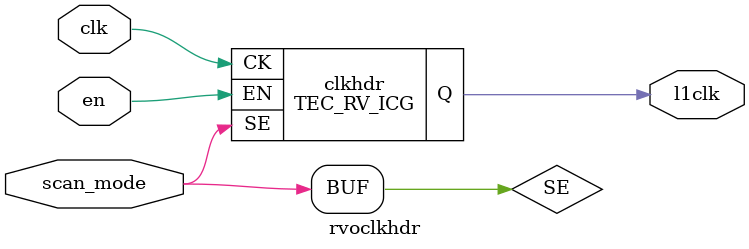
<source format=sv>

module rvdff #( parameter WIDTH=1, SHORT=0 )
   (
     input logic [WIDTH-1:0] din,
     input logic           clk,
     input logic                   rst_l,

     output logic [WIDTH-1:0] dout
     );

if (SHORT == 1) begin
   assign dout = din;
end
else begin
`ifdef CLOCKGATE
   always @(posedge tb_top.clk) begin
      #0 $strobe("CG: %0t %m din %x dout %x clk %b width %d",$time,din,dout,clk,WIDTH);
   end
`endif

   always_ff @(posedge clk or negedge rst_l) begin
      if (rst_l == 0)
        dout[WIDTH-1:0] <= 0;
      else
        dout[WIDTH-1:0] <= din[WIDTH-1:0];
   end

end
endmodule

// rvdff with 2:1 input mux to flop din iff sel==1
module rvdffs #( parameter WIDTH=1, SHORT=0 )
   (
     input logic [WIDTH-1:0] din,
     input logic             en,
     input logic           clk,
     input logic                   rst_l,
     output logic [WIDTH-1:0] dout
     );

if (SHORT == 1) begin : genblock
   assign dout = din;
end
else begin : genblock
   rvdff #(WIDTH) dffs (.din((en) ? din[WIDTH-1:0] : dout[WIDTH-1:0]), .*);
end

endmodule

// rvdff with en and clear
module rvdffsc #( parameter WIDTH=1, SHORT=0 )
   (
     input logic [WIDTH-1:0] din,
     input logic             en,
     input logic             clear,
     input logic           clk,
     input logic                   rst_l,
     output logic [WIDTH-1:0] dout
     );

   logic [WIDTH-1:0]          din_new;
if (SHORT == 1) begin
   assign dout = din;
end
else begin
   assign din_new = {WIDTH{~clear}} & (en ? din[WIDTH-1:0] : dout[WIDTH-1:0]);
   rvdff #(WIDTH) dffsc (.din(din_new[WIDTH-1:0]), .*);
end
endmodule

module rvdffe #( parameter WIDTH=1, SHORT=0 )
   (
     input  logic [WIDTH-1:0] din,
     input  logic           en,
     input  logic           clk,
     input  logic           rst_l,
     input  logic             scan_mode,
     output logic [WIDTH-1:0] dout
     );

   logic                      l1clk;

if (SHORT == 1) begin : genblock
   if (1) begin : genblock
      assign dout = din;
   end
end
else begin : genblock

`ifndef PHYSICAL
   if (WIDTH >= 8) begin: genblock
`endif

`ifdef RV_FPGA_OPTIMIZE
      rvdffs #(WIDTH) dff ( .* );
`else
      rvclkhdr clkhdr ( .* );
      rvdff #(WIDTH) dff (.*, .clk(l1clk));
`endif

`ifndef PHYSICAL
   end
   else
      $error("%m: rvdffe width must be >= 8");
`endif
end // else: !if(SHORT == 1)

endmodule // rvdffe

module rvsyncss #(parameter WIDTH = 251)
   (
     input  logic                 clk,
     input  logic                 rst_l,
     input  logic [WIDTH-1:0]     din,
     output logic [WIDTH-1:0]     dout
     );

   logic [WIDTH-1:0]              din_ff1;

   rvdff #(WIDTH) sync_ff1  (.*, .din (din[WIDTH-1:0]),     .dout(din_ff1[WIDTH-1:0]));
   rvdff #(WIDTH) sync_ff2  (.*, .din (din_ff1[WIDTH-1:0]), .dout(dout[WIDTH-1:0]));

endmodule // rvsyncss

module rvlsadder
  (
    input logic [31:0] rs1,
    input logic [11:0] offset,

    output logic [31:0] dout
    );

   logic                cout;
   logic                sign;

   logic [31:12]        rs1_inc;
   logic [31:12]        rs1_dec;

   assign {cout,dout[11:0]} = {1'b0,rs1[11:0]} + {1'b0,offset[11:0]};

   assign rs1_inc[31:12] = rs1[31:12] + 1;

   assign rs1_dec[31:12] = rs1[31:12] - 1;

   assign sign = offset[11];

   assign dout[31:12] = ({20{  sign ^~  cout}} &     rs1[31:12]) |
                        ({20{ ~sign &   cout}}  & rs1_inc[31:12]) |
                        ({20{  sign &  ~cout}}  & rs1_dec[31:12]);

endmodule // rvlsadder

// assume we only maintain pc[31:1] in the pipe

module rvbradder
  (
    input [31:1] pc,
    input [12:1] offset,

    output [31:1] dout
    );

   logic          cout;
   logic          sign;

   logic [31:13]  pc_inc;
   logic [31:13]  pc_dec;

   assign {cout,dout[12:1]} = {1'b0,pc[12:1]} + {1'b0,offset[12:1]};

   assign pc_inc[31:13] = pc[31:13] + 1;

   assign pc_dec[31:13] = pc[31:13] - 1;

   assign sign = offset[12];


   assign dout[31:13] = ({19{  sign ^~  cout}} &     pc[31:13]) |
                        ({19{ ~sign &   cout}}  & pc_inc[31:13]) |
                        ({19{  sign &  ~cout}}  & pc_dec[31:13]);


endmodule // rvbradder


// 2s complement circuit
module rvtwoscomp #( parameter WIDTH=32 )
   (
     input logic [WIDTH-1:0] din,

     output logic [WIDTH-1:0] dout
     );

   logic [WIDTH-1:1]          dout_temp;   // holding for all other bits except for the lsb. LSB is always din

   genvar                     i;

   for ( i = 1; i < WIDTH; i++ )  begin : flip_after_first_one
      assign dout_temp[i] = (|din[i-1:0]) ? ~din[i] : din[i];
   end : flip_after_first_one

   assign dout[WIDTH-1:0]  = { dout_temp[WIDTH-1:1], din[0] };

endmodule  // 2'scomp

// find first
module rvfindfirst1 #( parameter WIDTH=32, SHIFT=$clog2(WIDTH) )
   (
     input logic [WIDTH-1:0] din,

     output logic [SHIFT-1:0] dout
     );
   logic                      done;

   always_comb begin
      dout[SHIFT-1:0] = {SHIFT{1'b0}};
      done    = 1'b0;

      for ( int i = WIDTH-1; i > 0; i-- )  begin : find_first_one
         done |= din[i];
         dout[SHIFT-1:0] += done ? 1'b0 : 1'b1;
      end : find_first_one
   end
endmodule // rvfindfirst1

module rvfindfirst1hot #( parameter WIDTH=32 )
   (
     input logic [WIDTH-1:0] din,

     output logic [WIDTH-1:0] dout
     );
   logic                      done;

   always_comb begin
      dout[WIDTH-1:0] = {WIDTH{1'b0}};
      done    = 1'b0;
      for ( int i = 0; i < WIDTH; i++ )  begin : find_first_one
         dout[i] = ~done & din[i];
         done   |= din[i];
      end : find_first_one
   end
endmodule // rvfindfirst1hot

// mask and match function matches bits after finding the first 0 position
// find first starting from LSB. Skip that location and match the rest of the bits
module rvmaskandmatch #( parameter WIDTH=32 )
   (
     input  logic [WIDTH-1:0] mask,     // this will have the mask in the lower bit positions
     input  logic [WIDTH-1:0] data,     // this is what needs to be matched on the upper bits with the mask's upper bits
     input  logic             masken,   // when 1 : do mask. 0 : full match
     output logic             match
     );

   logic [WIDTH-1:0]          matchvec;
   logic                      masken_or_fullmask;

   assign masken_or_fullmask = masken &  ~(&mask[WIDTH-1:0]);

   assign matchvec[0]        = masken_or_fullmask | (mask[0] == data[0]);
   genvar                     i;

   for ( i = 1; i < WIDTH; i++ )  begin : match_after_first_zero
      assign matchvec[i] = (&mask[i-1:0] & masken_or_fullmask) ? 1'b1 : (mask[i] == data[i]);
   end : match_after_first_zero

   assign match  = &matchvec[WIDTH-1:0];    // all bits either matched or were masked off

endmodule // rvmaskandmatch




// Check if the S_ADDR <= addr < E_ADDR
module rvrangecheck  #(CCM_SADR = 32'h0,
                       CCM_SIZE  = 128) (
   input  logic [31:0]   addr,                             // Address to be checked for range
   output logic          in_range,                            // S_ADDR <= start_addr < E_ADDR
   output logic          in_region
);

   localparam REGION_BITS = 4;
   localparam MASK_BITS = 10 + $clog2(CCM_SIZE);

   logic [31:0]          start_addr;
   logic [3:0]           region;

   assign start_addr[31:0]        = CCM_SADR;
   assign region[REGION_BITS-1:0] = start_addr[31:(32-REGION_BITS)];

   assign in_region = (addr[31:(32-REGION_BITS)] == region[REGION_BITS-1:0]);
   if (CCM_SIZE  == 48)
    assign in_range  = (addr[31:MASK_BITS] == start_addr[31:MASK_BITS]) & ~(&addr[MASK_BITS-1 : MASK_BITS-2]);
   else
    assign in_range  = (addr[31:MASK_BITS] == start_addr[31:MASK_BITS]);

endmodule  // rvrangechecker

// 16 bit even parity generator
module rveven_paritygen #(WIDTH = 16)  (
                                         input  logic [WIDTH-1:0]  data_in,         // Data
                                         output logic              parity_out       // generated even parity
                                         );

   assign  parity_out =  ^(data_in[WIDTH-1:0]) ;

endmodule  // rveven_paritygen

module rveven_paritycheck #(WIDTH = 16)  (
                                           input  logic [WIDTH-1:0]  data_in,         // Data
                                           input  logic              parity_in,
                                           output logic              parity_err       // Parity error
                                           );

   assign  parity_err =  ^(data_in[WIDTH-1:0]) ^ parity_in ;

endmodule  // rveven_paritycheck

module rvecc_encode  (
                      input [31:0] din,
                      output [6:0] ecc_out
                      );
logic [5:0] ecc_out_temp;

   assign ecc_out_temp[0] = din[0]^din[1]^din[3]^din[4]^din[6]^din[8]^din[10]^din[11]^din[13]^din[15]^din[17]^din[19]^din[21]^din[23]^din[25]^din[26]^din[28]^din[30];
   assign ecc_out_temp[1] = din[0]^din[2]^din[3]^din[5]^din[6]^din[9]^din[10]^din[12]^din[13]^din[16]^din[17]^din[20]^din[21]^din[24]^din[25]^din[27]^din[28]^din[31];
   assign ecc_out_temp[2] = din[1]^din[2]^din[3]^din[7]^din[8]^din[9]^din[10]^din[14]^din[15]^din[16]^din[17]^din[22]^din[23]^din[24]^din[25]^din[29]^din[30]^din[31];
   assign ecc_out_temp[3] = din[4]^din[5]^din[6]^din[7]^din[8]^din[9]^din[10]^din[18]^din[19]^din[20]^din[21]^din[22]^din[23]^din[24]^din[25];
   assign ecc_out_temp[4] = din[11]^din[12]^din[13]^din[14]^din[15]^din[16]^din[17]^din[18]^din[19]^din[20]^din[21]^din[22]^din[23]^din[24]^din[25];
   assign ecc_out_temp[5] = din[26]^din[27]^din[28]^din[29]^din[30]^din[31];

   assign ecc_out[6:0] = {(^din[31:0])^(^ecc_out_temp[5:0]),ecc_out_temp[5:0]};

endmodule // rvecc_encode

module rvecc_decode  (
                      input         en,
                      input [31:0]  din,
                      input [6:0]   ecc_in,
                      input         sed_ded,    // only do detection and no correction. Used for the I$
                      output [31:0] dout,
                      output [6:0]  ecc_out,
                      output        single_ecc_error,
                      output        double_ecc_error

                      );

   logic [6:0]                      ecc_check;
   logic [38:0]                     error_mask;
   logic [38:0]                     din_plus_parity, dout_plus_parity;

   // Generate the ecc bits
   assign ecc_check[0] = ecc_in[0]^din[0]^din[1]^din[3]^din[4]^din[6]^din[8]^din[10]^din[11]^din[13]^din[15]^din[17]^din[19]^din[21]^din[23]^din[25]^din[26]^din[28]^din[30];
   assign ecc_check[1] = ecc_in[1]^din[0]^din[2]^din[3]^din[5]^din[6]^din[9]^din[10]^din[12]^din[13]^din[16]^din[17]^din[20]^din[21]^din[24]^din[25]^din[27]^din[28]^din[31];
   assign ecc_check[2] = ecc_in[2]^din[1]^din[2]^din[3]^din[7]^din[8]^din[9]^din[10]^din[14]^din[15]^din[16]^din[17]^din[22]^din[23]^din[24]^din[25]^din[29]^din[30]^din[31];
   assign ecc_check[3] = ecc_in[3]^din[4]^din[5]^din[6]^din[7]^din[8]^din[9]^din[10]^din[18]^din[19]^din[20]^din[21]^din[22]^din[23]^din[24]^din[25];
   assign ecc_check[4] = ecc_in[4]^din[11]^din[12]^din[13]^din[14]^din[15]^din[16]^din[17]^din[18]^din[19]^din[20]^din[21]^din[22]^din[23]^din[24]^din[25];
   assign ecc_check[5] = ecc_in[5]^din[26]^din[27]^din[28]^din[29]^din[30]^din[31];

   // This is the parity bit
   assign ecc_check[6] = ((^din[31:0])^(^ecc_in[6:0])) & ~sed_ded;

   assign single_ecc_error = en & (ecc_check[6:0] != 0) & ecc_check[6];   // this will never be on for sed_ded
   assign double_ecc_error = en & (ecc_check[6:0] != 0) & ~ecc_check[6];  // all errors in the sed_ded case will be recorded as DE

   // Generate the mask for error correctiong
   for (genvar i=1; i<40; i++) begin
      assign error_mask[i-1] = (ecc_check[5:0] == i);
   end

   // Generate the corrected data
   assign din_plus_parity[38:0] = {ecc_in[6], din[31:26], ecc_in[5], din[25:11], ecc_in[4], din[10:4], ecc_in[3], din[3:1], ecc_in[2], din[0], ecc_in[1:0]};

   assign dout_plus_parity[38:0] = single_ecc_error ? (error_mask[38:0] ^ din_plus_parity[38:0]) : din_plus_parity[38:0];
   assign dout[31:0]             = {dout_plus_parity[37:32], dout_plus_parity[30:16], dout_plus_parity[14:8], dout_plus_parity[6:4], dout_plus_parity[2]};
   assign ecc_out[6:0]           = {(dout_plus_parity[38] ^ (ecc_check[6:0] == 7'b1000000)), dout_plus_parity[31], dout_plus_parity[15], dout_plus_parity[7], dout_plus_parity[3], dout_plus_parity[1:0]};

endmodule // rvecc_decode

module rvecc_encode_64  (
                      input [63:0] din,
                      output [6:0] ecc_out
                      );
  assign ecc_out[0] = din[0]^din[1]^din[3]^din[4]^din[6]^din[8]^din[10]^din[11]^din[13]^din[15]^din[17]^din[19]^din[21]^din[23]^din[25]^din[26]^din[28]^din[30]^din[32]^din[34]^din[36]^din[38]^din[40]^din[42]^din[44]^din[46]^din[48]^din[50]^din[52]^din[54]^din[56]^din[57]^din[59]^din[61]^din[63];

   assign ecc_out[1] = din[0]^din[2]^din[3]^din[5]^din[6]^din[9]^din[10]^din[12]^din[13]^din[16]^din[17]^din[20]^din[21]^din[24]^din[25]^din[27]^din[28]^din[31]^din[32]^din[35]^din[36]^din[39]^din[40]^din[43]^din[44]^din[47]^din[48]^din[51]^din[52]^din[55]^din[56]^din[58]^din[59]^din[62]^din[63];

   assign ecc_out[2] = din[1]^din[2]^din[3]^din[7]^din[8]^din[9]^din[10]^din[14]^din[15]^din[16]^din[17]^din[22]^din[23]^din[24]^din[25]^din[29]^din[30]^din[31]^din[32]^din[37]^din[38]^din[39]^din[40]^din[45]^din[46]^din[47]^din[48]^din[53]^din[54]^din[55]^din[56]^din[60]^din[61]^din[62]^din[63];

   assign ecc_out[3] = din[4]^din[5]^din[6]^din[7]^din[8]^din[9]^din[10]^din[18]^din[19]^din[20]^din[21]^din[22]^din[23]^din[24]^din[25]^din[33]^din[34]^din[35]^din[36]^din[37]^din[38]^din[39]^din[40]^din[49]^din[50]^din[51]^din[52]^din[53]^din[54]^din[55]^din[56];

   assign ecc_out[4] = din[11]^din[12]^din[13]^din[14]^din[15]^din[16]^din[17]^din[18]^din[19]^din[20]^din[21]^din[22]^din[23]^din[24]^din[25]^din[41]^din[42]^din[43]^din[44]^din[45]^din[46]^din[47]^din[48]^din[49]^din[50]^din[51]^din[52]^din[53]^din[54]^din[55]^din[56];

   assign ecc_out[5] = din[26]^din[27]^din[28]^din[29]^din[30]^din[31]^din[32]^din[33]^din[34]^din[35]^din[36]^din[37]^din[38]^din[39]^din[40]^din[41]^din[42]^din[43]^din[44]^din[45]^din[46]^din[47]^din[48]^din[49]^din[50]^din[51]^din[52]^din[53]^din[54]^din[55]^din[56];

   assign ecc_out[6] = din[57]^din[58]^din[59]^din[60]^din[61]^din[62]^din[63];

endmodule // rvecc_encode_64


module rvecc_decode_64  (
                      input         en,
                      input [63:0]  din,
                      input [6:0]   ecc_in,
                      output        ecc_error
                      );

   logic [6:0]                      ecc_check;

   // Generate the ecc bits
   assign ecc_check[0] = ecc_in[0]^din[0]^din[1]^din[3]^din[4]^din[6]^din[8]^din[10]^din[11]^din[13]^din[15]^din[17]^din[19]^din[21]^din[23]^din[25]^din[26]^din[28]^din[30]^din[32]^din[34]^din[36]^din[38]^din[40]^din[42]^din[44]^din[46]^din[48]^din[50]^din[52]^din[54]^din[56]^din[57]^din[59]^din[61]^din[63];

   assign ecc_check[1] = ecc_in[1]^din[0]^din[2]^din[3]^din[5]^din[6]^din[9]^din[10]^din[12]^din[13]^din[16]^din[17]^din[20]^din[21]^din[24]^din[25]^din[27]^din[28]^din[31]^din[32]^din[35]^din[36]^din[39]^din[40]^din[43]^din[44]^din[47]^din[48]^din[51]^din[52]^din[55]^din[56]^din[58]^din[59]^din[62]^din[63];

   assign ecc_check[2] = ecc_in[2]^din[1]^din[2]^din[3]^din[7]^din[8]^din[9]^din[10]^din[14]^din[15]^din[16]^din[17]^din[22]^din[23]^din[24]^din[25]^din[29]^din[30]^din[31]^din[32]^din[37]^din[38]^din[39]^din[40]^din[45]^din[46]^din[47]^din[48]^din[53]^din[54]^din[55]^din[56]^din[60]^din[61]^din[62]^din[63];

   assign ecc_check[3] = ecc_in[3]^din[4]^din[5]^din[6]^din[7]^din[8]^din[9]^din[10]^din[18]^din[19]^din[20]^din[21]^din[22]^din[23]^din[24]^din[25]^din[33]^din[34]^din[35]^din[36]^din[37]^din[38]^din[39]^din[40]^din[49]^din[50]^din[51]^din[52]^din[53]^din[54]^din[55]^din[56];

   assign ecc_check[4] = ecc_in[4]^din[11]^din[12]^din[13]^din[14]^din[15]^din[16]^din[17]^din[18]^din[19]^din[20]^din[21]^din[22]^din[23]^din[24]^din[25]^din[41]^din[42]^din[43]^din[44]^din[45]^din[46]^din[47]^din[48]^din[49]^din[50]^din[51]^din[52]^din[53]^din[54]^din[55]^din[56];

   assign ecc_check[5] = ecc_in[5]^din[26]^din[27]^din[28]^din[29]^din[30]^din[31]^din[32]^din[33]^din[34]^din[35]^din[36]^din[37]^din[38]^din[39]^din[40]^din[41]^din[42]^din[43]^din[44]^din[45]^din[46]^din[47]^din[48]^din[49]^din[50]^din[51]^din[52]^din[53]^din[54]^din[55]^din[56];

   assign ecc_check[6] = ecc_in[6]^din[57]^din[58]^din[59]^din[60]^din[61]^din[62]^din[63];

   assign ecc_error = en & (ecc_check[6:0] != 0);  // all errors in the sed_ded case will be recorded as DE

 endmodule // rvecc_decode_64


module TEC_RV_ICG
  (
   input logic SE, EN, CK,
   output Q
   );

   logic  en_ff;
   logic  enable;

   assign      enable = EN | SE;

`ifdef VERILATOR
   always @(negedge CK) begin
      en_ff <= enable;
   end
`else
   always @(CK, enable) begin
      if(!CK)
        en_ff = enable;
   end
`endif
   assign Q = CK & en_ff;

endmodule

module rvclkhdr
  (
   input  logic en,
   input  logic clk,
   input  logic scan_mode,
   output logic l1clk
   );

   logic   SE;
   assign       SE = scan_mode;

   TEC_RV_ICG clkhdr ( .*, .EN(en), .CK(clk), .Q(l1clk));

endmodule // rvclkhdr

module rvoclkhdr
  (
   input  logic en,
   input  logic clk,
   input  logic scan_mode,
   output logic l1clk
   );

   logic   SE;
   assign       SE = scan_mode;

`ifdef RV_FPGA_OPTIMIZE
   assign l1clk = clk;
`else
   TEC_RV_ICG clkhdr ( .*, .EN(en), .CK(clk), .Q(l1clk));
`endif

endmodule




</source>
